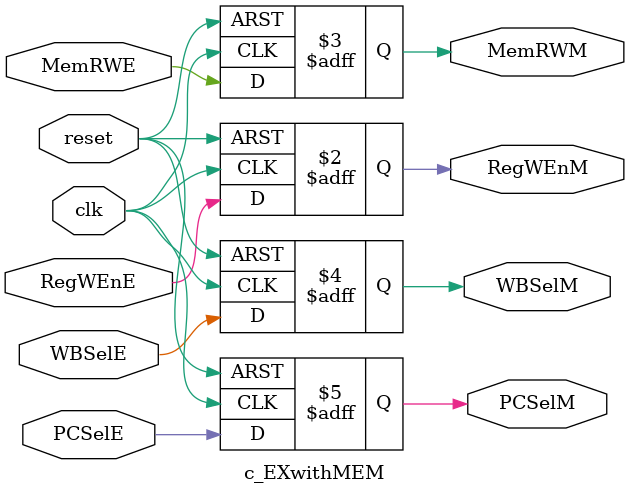
<source format=sv>
`timescale 1ns / 1ps


module c_EXwithMEM(input logic clk, reset,
                input logic RegWEnE, MemRWE,
                input logic  WBSelE,  PCSelE,
                output logic RegWEnM, MemRWM,
                output logic WBSelM, PCSelM);

    always_ff @( posedge clk, posedge reset ) begin
        if (reset) begin
            RegWEnM <= 0;
            MemRWM <= 0;
            WBSelM <= 0;
            PCSelM <= 0;
        end
        else begin
            RegWEnM <= RegWEnE;
            MemRWM <= MemRWE;
            WBSelM <= WBSelE; 
            PCSelM <= PCSelE;
        end
        
    end
endmodule

</source>
